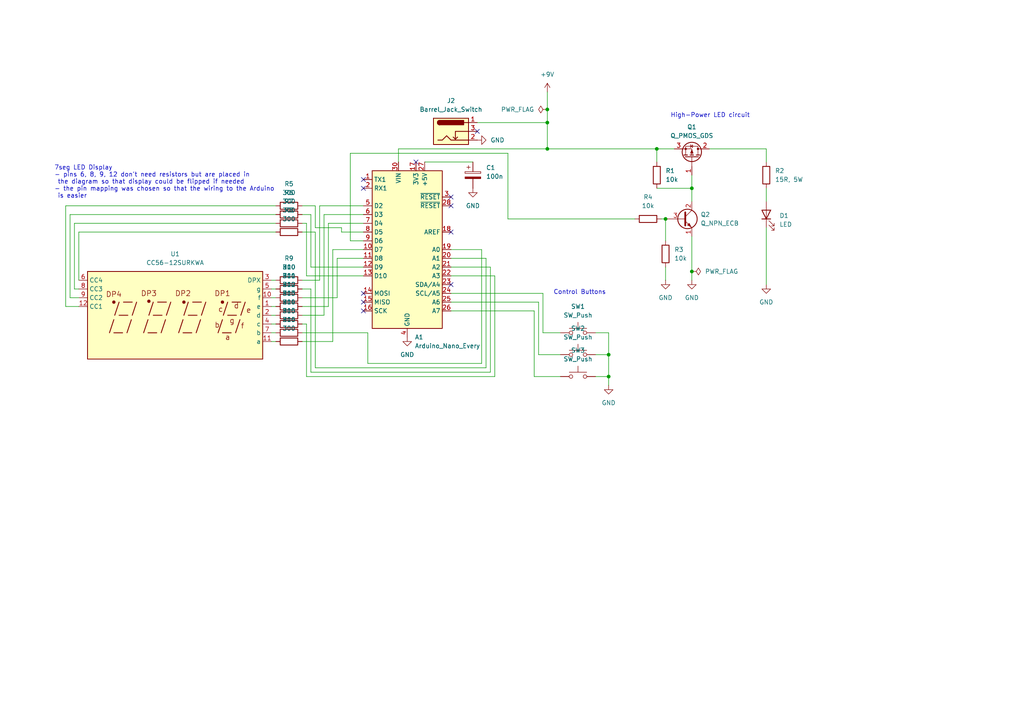
<source format=kicad_sch>
(kicad_sch (version 20231120) (generator "eeschema") (generator_version "8.0")
  (paper "A4")
  (title_block (title "Artificial Sun") (company "Yasu"))
  (lib_symbols
    (symbol "Connector:Barrel_Jack_Switch" (pin_names hide)
      (property "Reference" "J" (at 0 5.334 0))
      (property "Value" "Barrel_Jack_Switch" (at 0 -5.08 0))
      (symbol "Barrel_Jack_Switch_0_1"
        (rectangle (start -5.08 3.81) (end 5.08 -3.81) (stroke (width 0.254)) (fill (type background)))
        (arc (start -3.302 3.175) (mid -3.9343 2.54) (end -3.302 1.905) (stroke (width 0.254)))
        (arc (start -3.302 3.175) (mid -3.9343 2.54) (end -3.302 1.905) (stroke (width 0.254)) (fill (type outline)))
        (polyline (pts (xy 1.27 -2.286) (xy 1.905 -1.651)) (stroke (width 0.254)))
        (polyline (pts (xy 5.08 2.54) (xy 3.81 2.54)) (stroke (width 0.254)))
        (polyline (pts (xy 5.08 0) (xy 1.27 0) (xy 1.27 -2.286) (xy 0.635 -1.651)) (stroke (width 0.254)))
        (polyline (pts (xy -3.81 -2.54) (xy -2.54 -2.54) (xy -1.27 -1.27) (xy 0 -2.54) (xy 2.54 -2.54) (xy 5.08 -2.54)) (stroke (width 0.254)))
        (rectangle (start 3.683 3.175) (end -3.302 1.905) (stroke (width 0.254)) (fill (type outline)))
      )
      (symbol "Barrel_Jack_Switch_1_1"
        (pin passive line (at 7.62 2.54 180) (length 2.54) (name "~") (number "1"))
        (pin passive line (at 7.62 -2.54 180) (length 2.54) (name "~") (number "2"))
        (pin passive line (at 7.62 0 180) (length 2.54) (name "~") (number "3"))
      )
    )
    (symbol "Device:C_Polarized" (pin_numbers hide) (pin_names (offset 0.254))
      (property "Reference" "C" (at 0.635 2.54 0))
      (property "Value" "C_Polarized" (at 0.635 -2.54 0))
      (symbol "C_Polarized_0_1"
        (rectangle (start -2.286 0.508) (end 2.286 1.016))
        (polyline (pts (xy -1.778 2.286) (xy -0.762 2.286)))
        (polyline (pts (xy -1.27 2.794) (xy -1.27 1.778)))
        (rectangle (start 2.286 -0.508) (end -2.286 -1.016) (fill (type outline)))
      )
      (symbol "C_Polarized_1_1"
        (pin passive line (at 0 3.81 270) (length 2.794) (name "~") (number "1"))
        (pin passive line (at 0 -3.81 90) (length 2.794) (name "~") (number "2"))
      )
    )
    (symbol "Device:LED" (pin_numbers hide) (pin_names (offset 1.016) hide)
      (property "Reference" "D" (at 0 2.54 0))
      (property "Value" "LED" (at 0 -2.54 0))
      (symbol "LED_0_1"
        (polyline (pts (xy -1.27 -1.27) (xy -1.27 1.27)) (stroke (width 0.254)))
        (polyline (pts (xy -1.27 0) (xy 1.27 0)))
        (polyline (pts (xy 1.27 -1.27) (xy 1.27 1.27) (xy -1.27 0) (xy 1.27 -1.27)) (stroke (width 0.254)))
        (polyline (pts (xy -3.048 -0.762) (xy -4.572 -2.286) (xy -3.81 -2.286) (xy -4.572 -2.286) (xy -4.572 -1.524)))
        (polyline (pts (xy -1.778 -0.762) (xy -3.302 -2.286) (xy -2.54 -2.286) (xy -3.302 -2.286) (xy -3.302 -1.524)))
      )
      (symbol "LED_1_1"
        (pin passive line (at -3.81 0 0) (length 2.54) (name "K") (number "1"))
        (pin passive line (at 3.81 0 180) (length 2.54) (name "A") (number "2"))
      )
    )
    (symbol "Device:Q_NPN_ECB" (pin_names (offset 0) hide)
      (property "Reference" "Q" (at 5.08 1.27 0))
      (property "Value" "Q_NPN_ECB" (at 5.08 -1.27 0))
      (symbol "Q_NPN_ECB_0_1"
        (polyline (pts (xy 0.635 0.635) (xy 2.54 2.54)))
        (polyline (pts (xy 0.635 -0.635) (xy 2.54 -2.54) (xy 2.54 -2.54)))
        (polyline (pts (xy 0.635 1.905) (xy 0.635 -1.905) (xy 0.635 -1.905)) (stroke (width 0.508)))
        (polyline (pts (xy 1.27 -1.778) (xy 1.778 -1.27) (xy 2.286 -2.286) (xy 1.27 -1.778) (xy 1.27 -1.778)) (fill (type outline)))
        (circle (center 1.27 0) (radius 2.8194) (stroke (width 0.254)))
      )
      (symbol "Q_NPN_ECB_1_1"
        (pin passive line (at 2.54 -5.08 90) (length 2.54) (name "E") (number "1"))
        (pin passive line (at 2.54 5.08 270) (length 2.54) (name "C") (number "2"))
        (pin passive line (at -5.08 0 0) (length 5.715) (name "B") (number "3"))
      )
    )
    (symbol "Device:Q_PMOS_GDS" (pin_names (offset 0) hide)
      (property "Reference" "Q" (at 5.08 1.27 0))
      (property "Value" "Q_PMOS_GDS" (at 5.08 -1.27 0))
      (symbol "Q_PMOS_GDS_0_1"
        (polyline (pts (xy 0.254 0) (xy -2.54 0)))
        (polyline (pts (xy 0.254 1.905) (xy 0.254 -1.905)) (stroke (width 0.254)))
        (polyline (pts (xy 0.762 -1.27) (xy 0.762 -2.286)) (stroke (width 0.254)))
        (polyline (pts (xy 0.762 0.508) (xy 0.762 -0.508)) (stroke (width 0.254)))
        (polyline (pts (xy 0.762 2.286) (xy 0.762 1.27)) (stroke (width 0.254)))
        (polyline (pts (xy 2.54 2.54) (xy 2.54 1.778)))
        (polyline (pts (xy 2.54 -2.54) (xy 2.54 0) (xy 0.762 0)))
        (polyline (pts (xy 0.762 1.778) (xy 3.302 1.778) (xy 3.302 -1.778) (xy 0.762 -1.778)))
        (polyline (pts (xy 2.286 0) (xy 1.27 0.381) (xy 1.27 -0.381) (xy 2.286 0)) (fill (type outline)))
        (polyline (pts (xy 2.794 -0.508) (xy 2.921 -0.381) (xy 3.683 -0.381) (xy 3.81 -0.254)))
        (polyline (pts (xy 3.302 -0.381) (xy 2.921 0.254) (xy 3.683 0.254) (xy 3.302 -0.381)))
        (circle (center 1.651 0) (radius 2.794) (stroke (width 0.254)))
        (circle (center 2.54 -1.778) (radius 0.254) (fill (type outline)))
        (circle (center 2.54 1.778) (radius 0.254) (fill (type outline)))
      )
      (symbol "Q_PMOS_GDS_1_1"
        (pin input line (at -5.08 0 0) (length 2.54) (name "G") (number "1"))
        (pin passive line (at 2.54 5.08 270) (length 2.54) (name "D") (number "2"))
        (pin passive line (at 2.54 -5.08 90) (length 2.54) (name "S") (number "3"))
      )
    )
    (symbol "Device:R" (pin_numbers hide) (pin_names (offset 0))
      (property "Reference" "R" (at 2.032 0 90))
      (property "Value" "R" (at 0 0 90))
      (symbol "R_0_1"
        (rectangle (start -1.016 -2.54) (end 1.016 2.54) (stroke (width 0.254)))
      )
      (symbol "R_1_1"
        (pin passive line (at 0 3.81 270) (length 1.27) (name "~") (number "1"))
        (pin passive line (at 0 -3.81 90) (length 1.27) (name "~") (number "2"))
      )
    )
    (symbol "Display_Character:CC56-12SURKWA"
      (property "Reference" "U" (at -24.13 13.97 0))
      (property "Value" "CC56-12SURKWA" (at 16.51 13.97 0))
      (symbol "CC56-12SURKWA_0_0"
        (rectangle (start -25.4 12.7) (end 25.4 -12.7) (stroke (width 0.254)) (fill (type background)))
        (polyline (pts (xy -20.32 -3.81) (xy -19.05 0)) (stroke (width 0.254)))
        (polyline (pts (xy -19.05 -3.81) (xy -16.51 -3.81)) (stroke (width 0.254)))
        (polyline (pts (xy -18.796 1.27) (xy -17.526 5.08)) (stroke (width 0.254)))
        (polyline (pts (xy -17.78 0) (xy -15.24 0)) (stroke (width 0.254)))
        (polyline (pts (xy -16.256 5.08) (xy -13.716 5.08)) (stroke (width 0.254)))
        (polyline (pts (xy -15.24 -3.81) (xy -13.97 0)) (stroke (width 0.254)))
        (polyline (pts (xy -13.716 1.27) (xy -12.446 5.08)) (stroke (width 0.254)))
        (polyline (pts (xy -8.89 -3.81) (xy -7.62 0)) (stroke (width 0.254)))
        (polyline (pts (xy -7.62 -3.81) (xy -5.08 -3.81)) (stroke (width 0.254)))
        (polyline (pts (xy -7.366 1.27) (xy -6.096 5.08)) (stroke (width 0.254)))
        (polyline (pts (xy -6.35 0) (xy -3.81 0)) (stroke (width 0.254)))
        (polyline (pts (xy -4.826 5.08) (xy -2.286 5.08)) (stroke (width 0.254)))
        (polyline (pts (xy -3.81 -3.81) (xy -2.54 0)) (stroke (width 0.254)))
        (polyline (pts (xy -2.286 1.27) (xy -1.016 5.08)) (stroke (width 0.254)))
        (polyline (pts (xy 1.27 -3.81) (xy 2.54 0)) (stroke (width 0.254)))
        (polyline (pts (xy 2.54 -3.81) (xy 5.08 -3.81)) (stroke (width 0.254)))
        (polyline (pts (xy 2.794 1.27) (xy 4.064 5.08)) (stroke (width 0.254)))
        (polyline (pts (xy 3.81 0) (xy 6.35 0)) (stroke (width 0.254)))
        (polyline (pts (xy 5.334 5.08) (xy 7.874 5.08)) (stroke (width 0.254)))
        (polyline (pts (xy 6.35 -3.81) (xy 7.62 0)) (stroke (width 0.254)))
        (polyline (pts (xy 7.874 1.27) (xy 9.144 5.08)) (stroke (width 0.254)))
        (polyline (pts (xy 11.176 -3.81) (xy 12.446 0)) (stroke (width 0.254)))
        (polyline (pts (xy 12.446 -3.81) (xy 14.986 -3.81)) (stroke (width 0.254)))
        (polyline (pts (xy 12.7 1.27) (xy 13.97 5.08)) (stroke (width 0.254)))
        (polyline (pts (xy 13.716 0) (xy 16.256 0)) (stroke (width 0.254)))
        (polyline (pts (xy 15.24 5.08) (xy 17.78 5.08)) (stroke (width 0.254)))
        (polyline (pts (xy 16.256 -3.81) (xy 17.526 0)) (stroke (width 0.254)))
        (polyline (pts (xy 17.78 1.27) (xy 19.05 5.08)) (stroke (width 0.254)))
        (text "a" (at -15.24 6.35 0) (effects (font (size 1.524 1.524))))
        (text "b" (at -12.192 2.794 0) (effects (font (size 1.524 1.524))))
        (text "c" (at -13.208 -1.778 0) (effects (font (size 1.524 1.524))))
        (text "d" (at -17.78 -2.794 0) (effects (font (size 1.524 1.524))))
        (text "DP1" (at -13.716 -6.35 0) (effects (font (size 1.524 1.524))))
        (text "DP2" (at -2.286 -6.35 0) (effects (font (size 1.524 1.524))))
        (text "DP3" (at 7.62 -6.35 0) (effects (font (size 1.524 1.524))))
        (text "DP4" (at 17.78 -6.096 0) (effects (font (size 1.524 1.524))))
        (text "e" (at -21.336 -1.524 0) (effects (font (size 1.524 1.524))))
        (text "f" (at -19.558 3.048 0) (effects (font (size 1.524 1.524))))
        (text "g" (at -16.51 1.524 0) (effects (font (size 1.524 1.524))))
      )
      (symbol "CC56-12SURKWA_0_1"
        (circle (center -13.716 -3.81) (radius 0.3556) (stroke (width 0.254)) (fill (type outline)))
        (circle (center -2.54 -3.81) (radius 0.3556) (stroke (width 0.254)) (fill (type outline)))
      )
      (symbol "CC56-12SURKWA_1_0"
        (circle (center 7.62 -4.064) (radius 0.3556) (stroke (width 0.254)) (fill (type outline)))
        (circle (center 17.78 -3.81) (radius 0.3556) (stroke (width 0.254)) (fill (type outline)))
      )
      (symbol "CC56-12SURKWA_1_1"
        (pin input line (at -27.94 -2.54 0) (length 2.54) (name "e") (number "1"))
        (pin input line (at -27.94 -5.08 0) (length 2.54) (name "f") (number "10"))
        (pin input line (at -27.94 7.62 0) (length 2.54) (name "a") (number "11"))
        (pin input line (at 27.94 -2.54 180) (length 2.54) (name "CC1") (number "12"))
        (pin input line (at -27.94 0 0) (length 2.54) (name "d") (number "2"))
        (pin input line (at -27.94 -10.16 0) (length 2.54) (name "DPX") (number "3"))
        (pin input line (at -27.94 2.54 0) (length 2.54) (name "c") (number "4"))
        (pin input line (at -27.94 -7.62 0) (length 2.54) (name "g") (number "5"))
        (pin input line (at 27.94 -10.16 180) (length 2.54) (name "CC4") (number "6"))
        (pin input line (at -27.94 5.08 0) (length 2.54) (name "b") (number "7"))
        (pin input line (at 27.94 -7.62 180) (length 2.54) (name "CC3") (number "8"))
        (pin input line (at 27.94 -5.08 180) (length 2.54) (name "CC2") (number "9"))
      )
    )
    (symbol "MCU_Module:Arduino_Nano_Every"
      (property "Reference" "A" (at -10.16 23.495 0))
      (property "Value" "Arduino_Nano_Every" (at 5.08 -24.13 0))
      (symbol "Arduino_Nano_Every_0_1"
        (rectangle (start -10.16 22.86) (end 10.16 -22.86) (stroke (width 0.254)) (fill (type background)))
      )
      (symbol "Arduino_Nano_Every_1_1"
        (pin bidirectional line (at -12.7 20.32 0) (length 2.54) (name "TX1") (number "1"))
        (pin bidirectional line (at -12.7 0 0) (length 2.54) (name "D7") (number "10"))
        (pin bidirectional line (at -12.7 -2.54 0) (length 2.54) (name "D8") (number "11"))
        (pin bidirectional line (at -12.7 -5.08 0) (length 2.54) (name "D9") (number "12"))
        (pin bidirectional line (at -12.7 -7.62 0) (length 2.54) (name "D10") (number "13"))
        (pin bidirectional line (at -12.7 -12.7 0) (length 2.54) (name "MOSI") (number "14"))
        (pin bidirectional line (at -12.7 -15.24 0) (length 2.54) (name "MISO") (number "15"))
        (pin bidirectional line (at -12.7 -17.78 0) (length 2.54) (name "SCK") (number "16"))
        (pin power_out line (at 2.54 25.4 270) (length 2.54) (name "3V3") (number "17"))
        (pin input line (at 12.7 5.08 180) (length 2.54) (name "AREF") (number "18"))
        (pin bidirectional line (at 12.7 0 180) (length 2.54) (name "A0") (number "19"))
        (pin bidirectional line (at -12.7 17.78 0) (length 2.54) (name "RX1") (number "2"))
        (pin bidirectional line (at 12.7 -2.54 180) (length 2.54) (name "A1") (number "20"))
        (pin bidirectional line (at 12.7 -5.08 180) (length 2.54) (name "A2") (number "21"))
        (pin bidirectional line (at 12.7 -7.62 180) (length 2.54) (name "A3") (number "22"))
        (pin bidirectional line (at 12.7 -10.16 180) (length 2.54) (name "SDA/A4") (number "23"))
        (pin bidirectional line (at 12.7 -12.7 180) (length 2.54) (name "SCL/A5") (number "24"))
        (pin bidirectional line (at 12.7 -15.24 180) (length 2.54) (name "A6") (number "25"))
        (pin bidirectional line (at 12.7 -17.78 180) (length 2.54) (name "A7") (number "26"))
        (pin power_out line (at 5.08 25.4 270) (length 2.54) (name "+5V") (number "27"))
        (pin input line (at 12.7 12.7 180) (length 2.54) (name "~{RESET}") (number "28"))
        (pin passive line (at 0 -25.4 90) (length 2.54) hide (name "GND") (number "29"))
        (pin input line (at 12.7 15.24 180) (length 2.54) (name "~{RESET}") (number "3"))
        (pin power_in line (at -2.54 25.4 270) (length 2.54) (name "VIN") (number "30"))
        (pin power_in line (at 0 -25.4 90) (length 2.54) (name "GND") (number "4"))
        (pin bidirectional line (at -12.7 12.7 0) (length 2.54) (name "D2") (number "5"))
        (pin bidirectional line (at -12.7 10.16 0) (length 2.54) (name "D3") (number "6"))
        (pin bidirectional line (at -12.7 7.62 0) (length 2.54) (name "D4") (number "7"))
        (pin bidirectional line (at -12.7 5.08 0) (length 2.54) (name "D5") (number "8"))
        (pin bidirectional line (at -12.7 2.54 0) (length 2.54) (name "D6") (number "9"))
      )
    )
    (symbol "Switch:SW_Push" (pin_numbers hide) (pin_names (offset 1.016) hide)
      (property "Reference" "SW" (at 1.27 2.54 0))
      (property "Value" "SW_Push" (at 0 -1.524 0))
      (symbol "SW_Push_0_1"
        (circle (center -2.032 0) (radius 0.508))
        (polyline (pts (xy 0 1.27) (xy 0 3.048)))
        (polyline (pts (xy 2.54 1.27) (xy -2.54 1.27)))
        (circle (center 2.032 0) (radius 0.508))
        (pin passive line (at -5.08 0 0) (length 2.54) (name "1") (number "1"))
        (pin passive line (at 5.08 0 180) (length 2.54) (name "2") (number "2"))
      )
    )
    (symbol "power:+9V" (power) (pin_numbers hide) (pin_names (offset 0) hide)
      (property "Value" "+9V" (at 0 3.556 0))
      (symbol "+9V_0_1"
        (polyline (pts (xy -0.762 1.27) (xy 0 2.54)))
        (polyline (pts (xy 0 0) (xy 0 2.54)))
        (polyline (pts (xy 0 2.54) (xy 0.762 1.27)))
      )
      (symbol "+9V_1_1"
        (pin power_in line (at 0 0 90) (length 0) (name "~") (number "1"))
      )
    )
    (symbol "power:GND" (power) (pin_numbers hide) (pin_names (offset 0) hide)
      (property "Value" "GND" (at 0 -3.81 0))
      (symbol "GND_0_1"
        (polyline (pts (xy 0 0) (xy 0 -1.27) (xy 1.27 -1.27) (xy 0 -2.54) (xy -1.27 -1.27) (xy 0 -1.27)))
      )
      (symbol "GND_1_1"
        (pin power_in line (at 0 0 270) (length 0) (name "~") (number "1"))
      )
    )
    (symbol "power:PWR_FLAG" (power) (pin_numbers hide) (pin_names (offset 0) hide)
      (property "Value" "PWR_FLAG" (at 0 3.81 0))
      (symbol "PWR_FLAG_0_0"
        (pin power_out line (at 0 0 90) (length 0) (name "~") (number "1"))
      )
      (symbol "PWR_FLAG_0_1"
        (polyline (pts (xy 0 0) (xy 0 1.27) (xy -1.016 1.905) (xy 0 2.54) (xy 1.016 1.905) (xy 0 1.27)))
      )
    )
  )
  (junction (at 200.66 78.74))
  (junction (at 158.75 35.56))
  (junction (at 158.75 43.18))
  (junction (at 158.75 31.75))
  (junction (at 193.04 63.5))
  (junction (at 190.5 43.18))
  (junction (at 200.66 54.61))
  (junction (at 176.53 109.22))
  (junction (at 176.53 102.87))
  (no_connect (at 105.41 52.07))
  (no_connect (at 130.81 59.69))
  (no_connect (at 120.65 46.99))
  (no_connect (at 130.81 67.31))
  (no_connect (at 105.41 90.17))
  (no_connect (at 130.81 57.15))
  (no_connect (at 105.41 54.61))
  (no_connect (at 130.81 82.55))
  (no_connect (at 138.43 38.1))
  (no_connect (at 105.41 87.63))
  (no_connect (at 105.41 85.09))
  (wire (pts (xy 87.63 64.77) (xy 88.9 64.77)))
  (wire (pts (xy 78.74 91.44) (xy 80.01 91.44)))
  (wire (pts (xy 87.63 86.36) (xy 97.79 86.36)))
  (wire (pts (xy 90.17 107.95) (xy 142.24 107.95)))
  (wire (pts (xy 190.5 43.18) (xy 190.5 46.99)))
  (wire (pts (xy 93.98 62.23) (xy 105.41 62.23)))
  (wire (pts (xy 87.63 83.82) (xy 90.17 83.82)))
  (wire (pts (xy 19.05 59.69) (xy 19.05 88.9)))
  (wire (pts (xy 88.9 64.77) (xy 88.9 80.01)))
  (wire (pts (xy 90.17 83.82) (xy 90.17 107.95)))
  (wire (pts (xy 19.05 88.9) (xy 22.86 88.9)))
  (wire (pts (xy 20.32 62.23) (xy 20.32 86.36)))
  (wire (pts (xy 158.75 26.67) (xy 158.75 31.75)))
  (wire (pts (xy 78.74 99.06) (xy 80.01 99.06)))
  (wire (pts (xy 97.79 74.93) (xy 105.41 74.93)))
  (wire (pts (xy 176.53 96.52) (xy 176.53 102.87)))
  (wire (pts (xy 190.5 43.18) (xy 195.58 43.18)))
  (wire (pts (xy 80.01 59.69) (xy 19.05 59.69)))
  (wire (pts (xy 101.6 44.45) (xy 101.6 69.85)))
  (wire (pts (xy 87.63 93.98) (xy 88.9 93.98)))
  (wire (pts (xy 21.59 64.77) (xy 80.01 64.77)))
  (wire (pts (xy 156.21 87.63) (xy 130.81 87.63)))
  (wire (pts (xy 115.57 43.18) (xy 158.75 43.18)))
  (wire (pts (xy 88.9 93.98) (xy 88.9 109.22)))
  (wire (pts (xy 139.7 72.39) (xy 130.81 72.39)))
  (wire (pts (xy 190.5 54.61) (xy 200.66 54.61)))
  (wire (pts (xy 130.81 90.17) (xy 154.94 90.17)))
  (wire (pts (xy 140.97 74.93) (xy 130.81 74.93)))
  (wire (pts (xy 87.63 91.44) (xy 93.98 91.44)))
  (wire (pts (xy 96.52 72.39) (xy 105.41 72.39)))
  (wire (pts (xy 205.74 43.18) (xy 222.25 43.18)))
  (wire (pts (xy 92.71 81.28) (xy 92.71 59.69)))
  (wire (pts (xy 200.66 68.58) (xy 200.66 78.74)))
  (wire (pts (xy 143.51 80.01) (xy 130.81 80.01)))
  (wire (pts (xy 156.21 102.87) (xy 162.56 102.87)))
  (wire (pts (xy 78.74 83.82) (xy 80.01 83.82)))
  (wire (pts (xy 22.86 83.82) (xy 21.59 83.82)))
  (wire (pts (xy 154.94 109.22) (xy 162.56 109.22)))
  (wire (pts (xy 172.72 102.87) (xy 176.53 102.87)))
  (wire (pts (xy 147.32 63.5) (xy 184.15 63.5)))
  (wire (pts (xy 95.25 88.9) (xy 87.63 88.9)))
  (wire (pts (xy 143.51 109.22) (xy 143.51 80.01)))
  (wire (pts (xy 142.24 107.95) (xy 142.24 77.47)))
  (wire (pts (xy 172.72 109.22) (xy 176.53 109.22)))
  (wire (pts (xy 222.25 43.18) (xy 222.25 46.99)))
  (wire (pts (xy 80.01 67.31) (xy 22.86 67.31)))
  (wire (pts (xy 22.86 67.31) (xy 22.86 81.28)))
  (wire (pts (xy 200.66 50.8) (xy 200.66 54.61)))
  (wire (pts (xy 176.53 109.22) (xy 176.53 111.76)))
  (wire (pts (xy 78.74 81.28) (xy 80.01 81.28)))
  (wire (pts (xy 106.68 105.41) (xy 139.7 105.41)))
  (wire (pts (xy 222.25 54.61) (xy 222.25 58.42)))
  (wire (pts (xy 176.53 102.87) (xy 176.53 109.22)))
  (wire (pts (xy 101.6 44.45) (xy 147.32 44.45)))
  (wire (pts (xy 115.57 43.18) (xy 115.57 46.99)))
  (wire (pts (xy 78.74 86.36) (xy 80.01 86.36)))
  (wire (pts (xy 78.74 93.98) (xy 80.01 93.98)))
  (wire (pts (xy 91.44 106.68) (xy 140.97 106.68)))
  (wire (pts (xy 90.17 62.23) (xy 90.17 77.47)))
  (wire (pts (xy 200.66 54.61) (xy 200.66 58.42)))
  (wire (pts (xy 87.63 81.28) (xy 92.71 81.28)))
  (wire (pts (xy 222.25 66.04) (xy 222.25 82.55)))
  (wire (pts (xy 142.24 77.47) (xy 130.81 77.47)))
  (wire (pts (xy 87.63 67.31) (xy 91.44 67.31)))
  (wire (pts (xy 96.52 99.06) (xy 96.52 72.39)))
  (wire (pts (xy 158.75 35.56) (xy 158.75 43.18)))
  (wire (pts (xy 139.7 105.41) (xy 139.7 72.39)))
  (wire (pts (xy 172.72 96.52) (xy 176.53 96.52)))
  (wire (pts (xy 158.75 43.18) (xy 190.5 43.18)))
  (wire (pts (xy 92.71 59.69) (xy 105.41 59.69)))
  (wire (pts (xy 87.63 96.52) (xy 106.68 96.52)))
  (wire (pts (xy 158.75 31.75) (xy 158.75 35.56)))
  (wire (pts (xy 156.21 102.87) (xy 156.21 87.63)))
  (wire (pts (xy 88.9 109.22) (xy 143.51 109.22)))
  (wire (pts (xy 147.32 44.45) (xy 147.32 63.5)))
  (wire (pts (xy 200.66 78.74) (xy 200.66 81.28)))
  (wire (pts (xy 88.9 80.01) (xy 105.41 80.01)))
  (wire (pts (xy 95.25 64.77) (xy 95.25 88.9)))
  (wire (pts (xy 191.77 63.5) (xy 193.04 63.5)))
  (wire (pts (xy 193.04 63.5) (xy 193.04 69.85)))
  (wire (pts (xy 78.74 96.52) (xy 80.01 96.52)))
  (wire (pts (xy 87.63 99.06) (xy 96.52 99.06)))
  (wire (pts (xy 91.44 66.04) (xy 99.06 66.04)))
  (wire (pts (xy 138.43 35.56) (xy 158.75 35.56)))
  (wire (pts (xy 123.19 46.99) (xy 137.16 46.99)))
  (wire (pts (xy 91.44 67.31) (xy 91.44 106.68)))
  (wire (pts (xy 97.79 86.36) (xy 97.79 74.93)))
  (wire (pts (xy 99.06 66.04) (xy 99.06 67.31)))
  (wire (pts (xy 87.63 59.69) (xy 91.44 59.69)))
  (wire (pts (xy 21.59 83.82) (xy 21.59 64.77)))
  (wire (pts (xy 20.32 86.36) (xy 22.86 86.36)))
  (wire (pts (xy 101.6 69.85) (xy 105.41 69.85)))
  (wire (pts (xy 140.97 106.68) (xy 140.97 74.93)))
  (wire (pts (xy 87.63 62.23) (xy 90.17 62.23)))
  (wire (pts (xy 157.48 85.09) (xy 130.81 85.09)))
  (wire (pts (xy 80.01 62.23) (xy 20.32 62.23)))
  (wire (pts (xy 91.44 59.69) (xy 91.44 66.04)))
  (wire (pts (xy 78.74 88.9) (xy 80.01 88.9)))
  (wire (pts (xy 193.04 77.47) (xy 193.04 81.28)))
  (wire (pts (xy 99.06 67.31) (xy 105.41 67.31)))
  (wire (pts (xy 106.68 96.52) (xy 106.68 105.41)))
  (wire (pts (xy 157.48 96.52) (xy 162.56 96.52)))
  (wire (pts (xy 154.94 90.17) (xy 154.94 109.22)))
  (wire (pts (xy 90.17 77.47) (xy 105.41 77.47)))
  (wire (pts (xy 157.48 96.52) (xy 157.48 85.09)))
  (wire (pts (xy 93.98 91.44) (xy 93.98 62.23)))
  (wire (pts (xy 105.41 64.77) (xy 95.25 64.77)))
  (text "7seg LED Display\n- pins 6, 8, 9, 12 don't need resistors but are placed in\n the diagram so that display could be flipped if needed\n- the pin mapping was chosen so that the wiring to the Arduino\n is easier" (at 15.748 52.832 0) (effects (font (size 1.27 1.27)) (justify left)))
  (text "High-Power LED circuit" (at 205.994 33.528 0) (effects (font (size 1.27 1.27))))
  (text "Control Buttons" (at 168.148 84.836 0) (effects (font (size 1.27 1.27))))
  (symbol (lib_id "power:GND") (at 176.53 111.76 0) (unit 1)
    (property "Reference" "#PWR06" (effects (hide yes)))
    (property "Value" "GND" (at 176.53 116.84 0))
    (property "Description" "Power symbol creates a global label with name \"GND\" , ground" (effects (hide yes)))
  )
  (symbol (lib_id "Device:R") (at 187.96 63.5 90) (unit 1)
    (property "Reference" "R4" (at 187.96 57.15 90))
    (property "Value" "10k" (at 187.96 59.69 90))
    (property "Footprint" "Resistor_THT:R_Axial_DIN0207_L6.3mm_D2.5mm_P10.16mm_Horizontal" (effects (hide yes)))
    (property "Description" "Resistor" (effects (hide yes)))
  )
  (symbol (lib_id "Device:R") (at 222.25 50.8 0) (unit 1)
    (property "Reference" "R2" (at 224.79 49.5299 0) (effects (justify left)))
    (property "Value" "15R, 5W" (at 224.79 52.0699 0) (effects (justify left)))
    (property "Footprint" "Resistor_THT:R_Axial_Power_L20.0mm_W6.4mm_P30.48mm" (effects (hide yes)))
    (property "Description" "Resistor" (effects (hide yes)))
  )
  (symbol (lib_id "power:PWR_FLAG") (at 200.66 78.74 270) (unit 1)
    (property "Reference" "#FLG02" (effects (hide yes)))
    (property "Value" "PWR_FLAG" (at 204.47 78.7399 90) (effects (justify left)))
    (property "Description" "Special symbol for telling ERC where power comes from" (effects (hide yes)))
  )
  (symbol (lib_id "Device:LED") (at 222.25 62.23 90) (unit 1)
    (property "Reference" "D1" (at 226.06 62.5474 90) (effects (justify right)))
    (property "Value" "LED" (at 226.06 65.0874 90) (effects (justify right)))
    (property "Footprint" "Connector_PinHeader_2.54mm:PinHeader_1x02_P2.54mm_Vertical" (effects (hide yes)))
    (property "Description" "Light emitting diode" (effects (hide yes)))
  )
  (symbol (lib_id "power:GND") (at 222.25 82.55 0) (unit 1)
    (property "Reference" "#PWR05" (effects (hide yes)))
    (property "Value" "GND" (at 222.25 87.63 0))
    (property "Description" "Power symbol creates a global label with name \"GND\" , ground" (effects (hide yes)))
  )
  (symbol (lib_id "Device:Q_NPN_ECB") (at 198.12 63.5 0) (unit 1)
    (property "Reference" "Q2" (at 203.2 62.2299 0) (effects (justify left)))
    (property "Value" "Q_NPN_ECB" (at 203.2 64.7699 0) (effects (justify left)))
    (property "Footprint" "Package_TO_SOT_THT:TO-92" (effects (hide yes)))
    (property "Description" "NPN transistor, emitter/collector/base" (effects (hide yes)))
  )
  (symbol (lib_id "Device:C_Polarized") (at 137.16 50.8 0) (unit 1)
    (property "Reference" "C1" (at 140.97 48.6409 0) (effects (justify left)))
    (property "Value" "100n" (at 140.97 51.1809 0) (effects (justify left)))
    (property "Footprint" "Capacitor_THT:C_Disc_D7.0mm_W2.5mm_P5.00mm" (effects (hide yes)))
    (property "Description" "Polarized capacitor" (effects (hide yes)))
  )
  (symbol (lib_id "Switch:SW_Push") (at 167.64 96.52 0) (unit 1)
    (property "Reference" "SW1" (at 167.64 88.9 0))
    (property "Value" "SW_Push" (at 167.64 91.44 0))
    (property "Footprint" "Button_Switch_THT:SW_PUSH_6mm_H7.3mm" (effects (hide yes)))
    (property "Description" "Push button switch, generic, two pins" (effects (hide yes)))
  )
  (symbol (lib_id "Device:R") (at 193.04 73.66 0) (unit 1)
    (property "Reference" "R3" (at 195.58 72.3899 0) (effects (justify left)))
    (property "Value" "10k" (at 195.58 74.9299 0) (effects (justify left)))
    (property "Footprint" "Resistor_THT:R_Axial_DIN0207_L6.3mm_D2.5mm_P10.16mm_Horizontal" (effects (hide yes)))
    (property "Description" "Resistor" (effects (hide yes)))
  )
  (symbol (lib_id "Device:Q_PMOS_GDS") (at 200.66 45.72 270) (mirror x) (unit 1)
    (property "Reference" "Q1" (at 200.66 36.83 90))
    (property "Value" "Q_PMOS_GDS" (at 200.66 39.37 90))
    (property "Footprint" "Package_TO_SOT_THT:TO-220-3_Horizontal_TabDown" (effects (hide yes)))
    (property "Description" "P-MOSFET transistor, gate/drain/source" (effects (hide yes)))
  )
  (symbol (lib_id "Device:R") (at 83.82 91.44 90) (unit 1)
    (property "Reference" "R13" (at 83.82 85.09 90))
    (property "Value" "300" (at 83.82 87.63 90))
    (property "Footprint" "Resistor_THT:R_Axial_DIN0207_L6.3mm_D2.5mm_P10.16mm_Horizontal" (effects (hide yes)))
    (property "Description" "Resistor" (effects (hide yes)))
  )
  (symbol (lib_id "Device:R") (at 83.82 62.23 90) (unit 1)
    (property "Reference" "R6" (at 83.82 55.88 90))
    (property "Value" "300" (at 83.82 58.42 90))
    (property "Footprint" "Resistor_THT:R_Axial_DIN0207_L6.3mm_D2.5mm_P10.16mm_Horizontal" (effects (hide yes)))
    (property "Description" "Resistor" (effects (hide yes)))
  )
  (symbol (lib_id "Device:R") (at 83.82 83.82 90) (unit 1)
    (property "Reference" "R10" (at 83.82 77.47 90))
    (property "Value" "300" (at 83.82 80.01 90))
    (property "Footprint" "Resistor_THT:R_Axial_DIN0207_L6.3mm_D2.5mm_P10.16mm_Horizontal" (effects (hide yes)))
    (property "Description" "Resistor" (effects (hide yes)))
  )
  (symbol (lib_id "power:GND") (at 200.66 81.28 0) (unit 1)
    (property "Reference" "#PWR04" (effects (hide yes)))
    (property "Value" "GND" (at 200.66 86.36 0))
    (property "Description" "Power symbol creates a global label with name \"GND\" , ground" (effects (hide yes)))
  )
  (symbol (lib_id "Device:R") (at 83.82 96.52 90) (unit 1)
    (property "Reference" "R15" (at 83.82 90.17 90))
    (property "Value" "300" (at 83.82 92.71 90))
    (property "Footprint" "Resistor_THT:R_Axial_DIN0207_L6.3mm_D2.5mm_P10.16mm_Horizontal" (effects (hide yes)))
    (property "Description" "Resistor" (effects (hide yes)))
  )
  (symbol (lib_id "Switch:SW_Push") (at 167.64 102.87 0) (unit 1)
    (property "Reference" "SW2" (at 167.64 95.25 0))
    (property "Value" "SW_Push" (at 167.64 97.79 0))
    (property "Footprint" "Button_Switch_THT:SW_PUSH_6mm_H7.3mm" (effects (hide yes)))
    (property "Description" "Push button switch, generic, two pins" (effects (hide yes)))
  )
  (symbol (lib_id "Device:R") (at 190.5 50.8 0) (unit 1)
    (property "Reference" "R1" (at 193.04 49.5299 0) (effects (justify left)))
    (property "Value" "10k" (at 193.04 52.0699 0) (effects (justify left)))
    (property "Footprint" "Resistor_THT:R_Axial_DIN0207_L6.3mm_D2.5mm_P10.16mm_Horizontal" (effects (hide yes)))
    (property "Description" "Resistor" (effects (hide yes)))
  )
  (symbol (lib_id "Device:R") (at 83.82 64.77 90) (unit 1)
    (property "Reference" "R7" (at 83.82 58.42 90))
    (property "Value" "300" (at 83.82 60.96 90))
    (property "Footprint" "Resistor_THT:R_Axial_DIN0207_L6.3mm_D2.5mm_P10.16mm_Horizontal" (effects (hide yes)))
    (property "Description" "Resistor" (effects (hide yes)))
  )
  (symbol (lib_id "Connector:Barrel_Jack_Switch") (at 130.81 38.1 0) (unit 1)
    (property "Reference" "J2" (at 130.81 29.21 0))
    (property "Value" "Barrel_Jack_Switch" (at 130.81 31.75 0))
    (property "Footprint" "Connector_BarrelJack:BarrelJack_Horizontal" (effects (hide yes)))
    (property "Description" "DC Barrel Jack with an internal switch" (effects (hide yes)))
  )
  (symbol (lib_id "Display_Character:CC56-12SURKWA") (at 50.8 91.44 180) (unit 1)
    (property "Reference" "U1" (at 50.8 73.66 0))
    (property "Value" "CC56-12SURKWA" (at 50.8 76.2 0))
    (property "Footprint" "Display_7Segment:CA56-12SURKWA" (effects (hide yes)))
    (property "Datasheet" "http://www.kingbright.com/attachments/file/psearch/000/00/00/CC56-12SURKWA(Ver.7A).pdf" (effects (hide yes)))
    (property "Description" "4 digit 7 segment hyper red LED, common cathode" (effects (hide yes)))
  )
  (symbol (lib_id "power:GND") (at 118.11 97.79 0) (unit 1)
    (property "Reference" "#PWR02" (effects (hide yes)))
    (property "Value" "GND" (at 118.11 102.87 0))
    (property "Description" "Power symbol creates a global label with name \"GND\" , ground" (effects (hide yes)))
  )
  (symbol (lib_id "Device:R") (at 83.82 93.98 90) (unit 1)
    (property "Reference" "R14" (at 83.82 87.63 90))
    (property "Value" "300" (at 83.82 90.17 90))
    (property "Footprint" "Resistor_THT:R_Axial_DIN0207_L6.3mm_D2.5mm_P10.16mm_Horizontal" (effects (hide yes)))
    (property "Description" "Resistor" (effects (hide yes)))
  )
  (symbol (lib_id "Device:R") (at 83.82 59.69 90) (unit 1)
    (property "Reference" "R5" (at 83.82 53.34 90))
    (property "Value" "300" (at 83.82 55.88 90))
    (property "Footprint" "Resistor_THT:R_Axial_DIN0207_L6.3mm_D2.5mm_P10.16mm_Horizontal" (effects (hide yes)))
    (property "Description" "Resistor" (effects (hide yes)))
  )
  (symbol (lib_id "MCU_Module:Arduino_Nano_Every") (at 118.11 72.39 0) (unit 1)
    (property "Reference" "A1" (at 120.3041 97.79 0) (effects (justify left)))
    (property "Value" "Arduino_Nano_Every" (at 120.3041 100.33 0) (effects (justify left)))
    (property "Footprint" "Module:Arduino_Nano" (effects (hide yes)))
    (property "Datasheet" "https://content.arduino.cc/assets/NANOEveryV3.0_sch.pdf" (effects (hide yes)))
    (property "Description" "Arduino Nano Every" (effects (hide yes)))
  )
  (symbol (lib_id "Switch:SW_Push") (at 167.64 109.22 0) (unit 1)
    (property "Reference" "SW3" (at 167.64 101.6 0))
    (property "Value" "SW_Push" (at 167.64 104.14 0))
    (property "Footprint" "Button_Switch_THT:SW_PUSH_6mm_H7.3mm" (effects (hide yes)))
    (property "Description" "Push button switch, generic, two pins" (effects (hide yes)))
  )
  (symbol (lib_id "Device:R") (at 83.82 81.28 90) (unit 1)
    (property "Reference" "R9" (at 83.82 74.93 90))
    (property "Value" "300" (at 83.82 77.47 90))
    (property "Footprint" "Resistor_THT:R_Axial_DIN0207_L6.3mm_D2.5mm_P10.16mm_Horizontal" (effects (hide yes)))
    (property "Description" "Resistor" (effects (hide yes)))
  )
  (symbol (lib_id "Device:R") (at 83.82 67.31 90) (unit 1)
    (property "Reference" "R8" (at 83.82 60.96 90))
    (property "Value" "300" (at 83.82 63.5 90))
    (property "Footprint" "Resistor_THT:R_Axial_DIN0207_L6.3mm_D2.5mm_P10.16mm_Horizontal" (effects (hide yes)))
    (property "Description" "Resistor" (effects (hide yes)))
  )
  (symbol (lib_id "Device:R") (at 83.82 86.36 90) (unit 1)
    (property "Reference" "R11" (at 83.82 80.01 90))
    (property "Value" "300" (at 83.82 82.55 90))
    (property "Footprint" "Resistor_THT:R_Axial_DIN0207_L6.3mm_D2.5mm_P10.16mm_Horizontal" (effects (hide yes)))
    (property "Description" "Resistor" (effects (hide yes)))
  )
  (symbol (lib_id "Device:R") (at 83.82 88.9 90) (unit 1)
    (property "Reference" "R12" (at 83.82 82.55 90))
    (property "Value" "300" (at 83.82 85.09 90))
    (property "Footprint" "Resistor_THT:R_Axial_DIN0207_L6.3mm_D2.5mm_P10.16mm_Horizontal" (effects (hide yes)))
    (property "Description" "Resistor" (effects (hide yes)))
  )
  (symbol (lib_id "power:GND") (at 138.43 40.64 90) (unit 1)
    (property "Reference" "#PWR08" (effects (hide yes)))
    (property "Value" "GND" (at 142.24 40.6399 90) (effects (justify right)))
    (property "Description" "Power symbol creates a global label with name \"GND\" , ground" (effects (hide yes)))
  )
  (symbol (lib_id "Device:R") (at 83.82 99.06 90) (unit 1)
    (property "Reference" "R16" (at 83.82 92.71 90))
    (property "Value" "300" (at 83.82 95.25 90))
    (property "Footprint" "Resistor_THT:R_Axial_DIN0207_L6.3mm_D2.5mm_P10.16mm_Horizontal" (effects (hide yes)))
    (property "Description" "Resistor" (effects (hide yes)))
  )
  (symbol (lib_id "power:GND") (at 193.04 81.28 0) (unit 1)
    (property "Reference" "#PWR03" (effects (hide yes)))
    (property "Value" "GND" (at 193.04 86.36 0))
    (property "Description" "Power symbol creates a global label with name \"GND\" , ground" (effects (hide yes)))
  )
  (symbol (lib_id "power:PWR_FLAG") (at 158.75 31.75 90) (unit 1)
    (property "Reference" "#FLG01" (effects (hide yes)))
    (property "Value" "PWR_FLAG" (at 154.94 31.7499 90) (effects (justify left)))
    (property "Description" "Special symbol for telling ERC where power comes from" (effects (hide yes)))
  )
  (symbol (lib_id "power:+9V") (at 158.75 26.67 0) (unit 1)
    (property "Reference" "#PWR01" (effects (hide yes)))
    (property "Value" "+9V" (at 158.75 21.59 0))
    (property "Description" "Power symbol creates a global label with name \"+9V\"" (effects (hide yes)))
  )
  (symbol (lib_id "power:GND") (at 137.16 54.61 0) (unit 1)
    (property "Reference" "#PWR07" (effects (hide yes)))
    (property "Value" "GND" (at 137.16 59.69 0))
    (property "Description" "Power symbol creates a global label with name \"GND\" , ground" (effects (hide yes)))
  )
)
</source>
